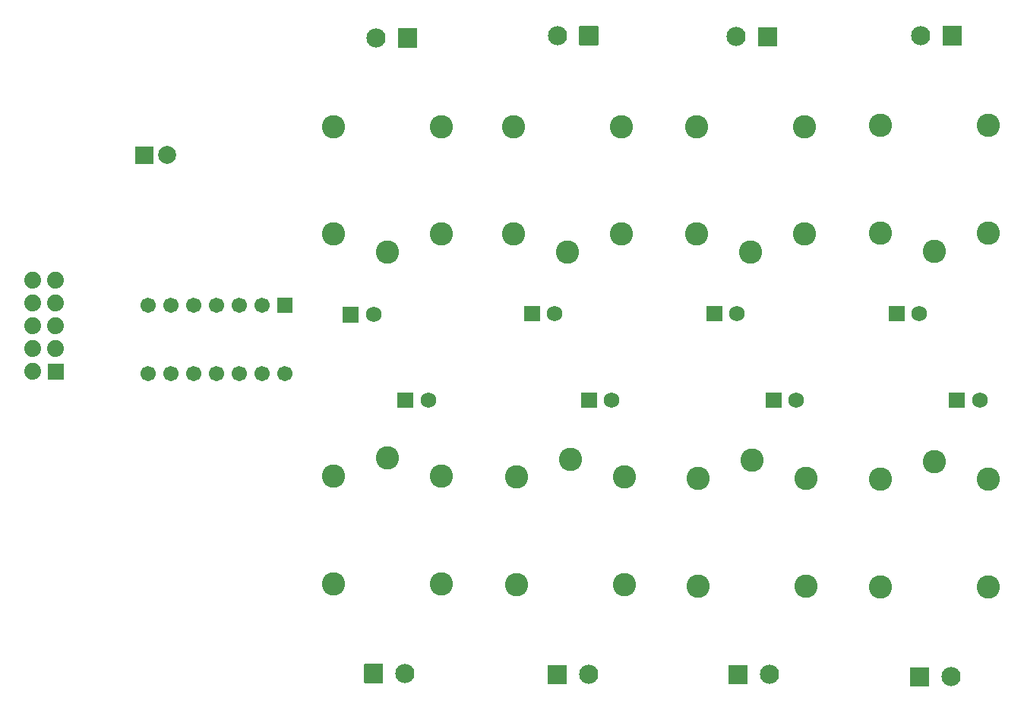
<source format=gbs>
G04 Layer: BottomSolderMaskLayer*
G04 EasyEDA v6.5.8, 2022-08-15 07:29:34*
G04 028e3914a6f949ed9ca799ef75e4ed4f,10*
G04 Gerber Generator version 0.2*
G04 Scale: 100 percent, Rotated: No, Reflected: No *
G04 Dimensions in millimeters *
G04 leading zeros omitted , absolute positions ,4 integer and 5 decimal *
%FSLAX45Y45*%
%MOMM*%

%ADD10C,1.7526*%
%ADD11C,2.0032*%
%ADD12C,2.6016*%
%ADD13C,1.8796*%
%ADD14C,2.1336*%
%ADD15C,1.7018*%
%ADD16C,0.0177*%

%LPD*%
G36*
X4565650Y5830570D02*
G01*
X4564125Y5830823D01*
X4562602Y5831586D01*
X4561586Y5832602D01*
X4560824Y5834126D01*
X4560570Y5835650D01*
X4560570Y6000750D01*
X4560824Y6002273D01*
X4561586Y6003797D01*
X4562602Y6004813D01*
X4564125Y6005576D01*
X4565650Y6005829D01*
X4730750Y6005829D01*
X4732274Y6005576D01*
X4733797Y6004813D01*
X4734813Y6003797D01*
X4735575Y6002273D01*
X4735829Y6000750D01*
X4735829Y5835650D01*
X4735575Y5834126D01*
X4734813Y5832602D01*
X4733797Y5831586D01*
X4732274Y5830823D01*
X4730750Y5830570D01*
G37*
D10*
G01*
X4902200Y5918200D03*
G36*
X6584950Y5843270D02*
G01*
X6583425Y5843523D01*
X6581902Y5844286D01*
X6580886Y5845302D01*
X6580124Y5846826D01*
X6579870Y5848350D01*
X6579870Y6013450D01*
X6580124Y6014973D01*
X6580886Y6016497D01*
X6581902Y6017513D01*
X6583425Y6018276D01*
X6584950Y6018529D01*
X6750050Y6018529D01*
X6751574Y6018276D01*
X6753097Y6017513D01*
X6754113Y6016497D01*
X6754875Y6014973D01*
X6755129Y6013450D01*
X6755129Y5848350D01*
X6754875Y5846826D01*
X6754113Y5845302D01*
X6753097Y5844286D01*
X6751574Y5843523D01*
X6750050Y5843270D01*
G37*
G01*
X6921500Y5930900D03*
G36*
X8616950Y5843270D02*
G01*
X8615425Y5843523D01*
X8613902Y5844286D01*
X8612886Y5845302D01*
X8612124Y5846826D01*
X8611870Y5848350D01*
X8611870Y6013450D01*
X8612124Y6014973D01*
X8612886Y6016497D01*
X8613902Y6017513D01*
X8615425Y6018276D01*
X8616950Y6018529D01*
X8782050Y6018529D01*
X8783574Y6018276D01*
X8785097Y6017513D01*
X8786113Y6016497D01*
X8786875Y6014973D01*
X8787129Y6013450D01*
X8787129Y5848350D01*
X8786875Y5846826D01*
X8786113Y5845302D01*
X8785097Y5844286D01*
X8783574Y5843523D01*
X8782050Y5843270D01*
G37*
G01*
X8953500Y5930900D03*
G36*
X10648950Y5843270D02*
G01*
X10647425Y5843523D01*
X10645902Y5844286D01*
X10644886Y5845302D01*
X10644124Y5846826D01*
X10643870Y5848350D01*
X10643870Y6013450D01*
X10644124Y6014973D01*
X10644886Y6016497D01*
X10645902Y6017513D01*
X10647425Y6018276D01*
X10648950Y6018529D01*
X10814050Y6018529D01*
X10815574Y6018276D01*
X10817097Y6017513D01*
X10818113Y6016497D01*
X10818875Y6014973D01*
X10819129Y6013450D01*
X10819129Y5848350D01*
X10818875Y5846826D01*
X10818113Y5845302D01*
X10817097Y5844286D01*
X10815574Y5843523D01*
X10814050Y5843270D01*
G37*
G01*
X10985500Y5930900D03*
G36*
X5175250Y4878070D02*
G01*
X5173725Y4878323D01*
X5172202Y4879086D01*
X5171186Y4880102D01*
X5170424Y4881626D01*
X5170170Y4883150D01*
X5170170Y5048250D01*
X5170424Y5049773D01*
X5171186Y5051297D01*
X5172202Y5052313D01*
X5173725Y5053076D01*
X5175250Y5053329D01*
X5340350Y5053329D01*
X5341874Y5053076D01*
X5343397Y5052313D01*
X5344413Y5051297D01*
X5345175Y5049773D01*
X5345429Y5048250D01*
X5345429Y4883150D01*
X5345175Y4881626D01*
X5344413Y4880102D01*
X5343397Y4879086D01*
X5341874Y4878323D01*
X5340350Y4878070D01*
G37*
G01*
X5511800Y4965700D03*
G36*
X7219950Y4878070D02*
G01*
X7218425Y4878323D01*
X7216902Y4879086D01*
X7215886Y4880102D01*
X7215124Y4881626D01*
X7214870Y4883150D01*
X7214870Y5048250D01*
X7215124Y5049773D01*
X7215886Y5051297D01*
X7216902Y5052313D01*
X7218425Y5053076D01*
X7219950Y5053329D01*
X7385050Y5053329D01*
X7386574Y5053076D01*
X7388097Y5052313D01*
X7389113Y5051297D01*
X7389875Y5049773D01*
X7390129Y5048250D01*
X7390129Y4883150D01*
X7389875Y4881626D01*
X7389113Y4880102D01*
X7388097Y4879086D01*
X7386574Y4878323D01*
X7385050Y4878070D01*
G37*
G01*
X7556500Y4965700D03*
G36*
X9277350Y4878070D02*
G01*
X9275825Y4878323D01*
X9274302Y4879086D01*
X9273286Y4880102D01*
X9272524Y4881626D01*
X9272270Y4883150D01*
X9272270Y5048250D01*
X9272524Y5049773D01*
X9273286Y5051297D01*
X9274302Y5052313D01*
X9275825Y5053076D01*
X9277350Y5053329D01*
X9442450Y5053329D01*
X9443974Y5053076D01*
X9445497Y5052313D01*
X9446513Y5051297D01*
X9447275Y5049773D01*
X9447529Y5048250D01*
X9447529Y4883150D01*
X9447275Y4881626D01*
X9446513Y4880102D01*
X9445497Y4879086D01*
X9443974Y4878323D01*
X9442450Y4878070D01*
G37*
G01*
X9613900Y4965700D03*
G36*
X11322050Y4878070D02*
G01*
X11320525Y4878323D01*
X11319002Y4879086D01*
X11317986Y4880102D01*
X11317224Y4881626D01*
X11316970Y4883150D01*
X11316970Y5048250D01*
X11317224Y5049773D01*
X11317986Y5051297D01*
X11319002Y5052313D01*
X11320525Y5053076D01*
X11322050Y5053329D01*
X11487150Y5053329D01*
X11488674Y5053076D01*
X11490197Y5052313D01*
X11491213Y5051297D01*
X11491975Y5049773D01*
X11492229Y5048250D01*
X11492229Y4883150D01*
X11491975Y4881626D01*
X11491213Y4880102D01*
X11490197Y4879086D01*
X11488674Y4878323D01*
X11487150Y4878070D01*
G37*
G01*
X11658600Y4965700D03*
D11*
G01*
X2603500Y7696200D03*
G36*
X2259507Y7596047D02*
G01*
X2256459Y7596555D01*
X2253411Y7598079D01*
X2251379Y7600111D01*
X2249855Y7603159D01*
X2249347Y7606207D01*
X2249424Y7606284D01*
X2249424Y7786115D01*
X2249347Y7786192D01*
X2249855Y7789240D01*
X2251379Y7792288D01*
X2253411Y7794320D01*
X2256459Y7795844D01*
X2259507Y7796352D01*
X2259584Y7796276D01*
X2439415Y7796276D01*
X2439492Y7796352D01*
X2442540Y7795844D01*
X2445588Y7794320D01*
X2447620Y7792288D01*
X2449144Y7789240D01*
X2449652Y7786192D01*
X2449575Y7786115D01*
X2449575Y7606284D01*
X2449652Y7606207D01*
X2449144Y7603159D01*
X2447620Y7600111D01*
X2445588Y7598079D01*
X2442540Y7596555D01*
X2439492Y7596047D01*
X2439415Y7596123D01*
X2259584Y7596123D01*
G37*
D12*
G01*
X5054600Y6615303D03*
G01*
X5654547Y6815201D03*
G01*
X4454652Y6815201D03*
G01*
X4454652Y8015096D03*
G01*
X5654547Y8015096D03*
G01*
X7061200Y6615303D03*
G01*
X7661147Y6815201D03*
G01*
X6461252Y6815201D03*
G01*
X6461252Y8015096D03*
G01*
X7661147Y8015096D03*
G01*
X9105900Y6615303D03*
G01*
X9705847Y6815201D03*
G01*
X8505952Y6815201D03*
G01*
X8505952Y8015096D03*
G01*
X9705847Y8015096D03*
G01*
X11150600Y6628003D03*
G01*
X11750547Y6827901D03*
G01*
X10550652Y6827901D03*
G01*
X10550652Y8027796D03*
G01*
X11750547Y8027796D03*
G01*
X5054600Y4319396D03*
G01*
X4454652Y4119498D03*
G01*
X5654547Y4119498D03*
G01*
X5654547Y2919603D03*
G01*
X4454652Y2919603D03*
G01*
X7099300Y4306696D03*
G01*
X6499352Y4106798D03*
G01*
X7699247Y4106798D03*
G01*
X7699247Y2906903D03*
G01*
X6499352Y2906903D03*
G01*
X9118600Y4293996D03*
G01*
X8518652Y4094098D03*
G01*
X9718547Y4094098D03*
G01*
X9718547Y2894203D03*
G01*
X8518652Y2894203D03*
G01*
X11150600Y4281296D03*
G01*
X10550652Y4081398D03*
G01*
X11750547Y4081398D03*
G01*
X11750547Y2881503D03*
G01*
X10550652Y2881503D03*
G36*
X1276350Y5195570D02*
G01*
X1274826Y5195823D01*
X1273302Y5196586D01*
X1272286Y5197602D01*
X1271523Y5199126D01*
X1271270Y5200650D01*
X1271270Y5365750D01*
X1271523Y5367273D01*
X1272286Y5368797D01*
X1273302Y5369813D01*
X1274826Y5370576D01*
X1276350Y5370829D01*
X1441450Y5370829D01*
X1442973Y5370576D01*
X1444497Y5369813D01*
X1445513Y5368797D01*
X1446276Y5367273D01*
X1446529Y5365750D01*
X1446529Y5200650D01*
X1446276Y5199126D01*
X1445513Y5197602D01*
X1444497Y5196586D01*
X1442973Y5195823D01*
X1441450Y5195570D01*
G37*
D13*
G01*
X1104900Y5283200D03*
G01*
X1358900Y5537200D03*
G01*
X1104900Y5537200D03*
G01*
X1358900Y5791200D03*
G01*
X1104900Y5791200D03*
G01*
X1358900Y6045200D03*
G01*
X1104900Y6045200D03*
G01*
X1358900Y6299200D03*
G01*
X1104900Y6299200D03*
G36*
X5179999Y8897620D02*
G01*
X5178475Y8897874D01*
X5176951Y8898636D01*
X5175935Y8899652D01*
X5175173Y8901176D01*
X5174919Y8902700D01*
X5174995Y8902700D01*
X5174995Y9105900D01*
X5174919Y9105900D01*
X5175173Y9107424D01*
X5175935Y9108947D01*
X5176951Y9109963D01*
X5178475Y9110726D01*
X5179999Y9110979D01*
X5383199Y9110979D01*
X5384723Y9110726D01*
X5386247Y9109963D01*
X5387263Y9108947D01*
X5388025Y9107424D01*
X5388279Y9105900D01*
X5388356Y9105900D01*
X5388356Y8902700D01*
X5388279Y8902700D01*
X5388025Y8901176D01*
X5387263Y8899652D01*
X5386247Y8898636D01*
X5384723Y8897874D01*
X5383199Y8897620D01*
G37*
D14*
G01*
X4931587Y9004300D03*
G36*
X7199299Y8923020D02*
G01*
X7197775Y8923274D01*
X7196251Y8924036D01*
X7195235Y8925052D01*
X7194473Y8926576D01*
X7194219Y8928100D01*
X7194295Y8928100D01*
X7194295Y9131300D01*
X7194219Y9131300D01*
X7194473Y9132824D01*
X7195235Y9134347D01*
X7196251Y9135363D01*
X7197775Y9136126D01*
X7199299Y9136379D01*
X7402499Y9136379D01*
X7404023Y9136126D01*
X7405547Y9135363D01*
X7406563Y9134347D01*
X7407325Y9132824D01*
X7407579Y9131300D01*
X7407656Y9131300D01*
X7407656Y8928100D01*
X7407579Y8928100D01*
X7407325Y8926576D01*
X7406563Y8925052D01*
X7405547Y8924036D01*
X7404023Y8923274D01*
X7402499Y8923020D01*
G37*
G01*
X6950887Y9029700D03*
G36*
X9193199Y8910320D02*
G01*
X9191675Y8910574D01*
X9190151Y8911336D01*
X9189135Y8912352D01*
X9188373Y8913876D01*
X9188119Y8915400D01*
X9188195Y8915400D01*
X9188195Y9118600D01*
X9188119Y9118600D01*
X9188373Y9120124D01*
X9189135Y9121647D01*
X9190151Y9122663D01*
X9191675Y9123426D01*
X9193199Y9123679D01*
X9396399Y9123679D01*
X9397923Y9123426D01*
X9399447Y9122663D01*
X9400463Y9121647D01*
X9401225Y9120124D01*
X9401479Y9118600D01*
X9401556Y9118600D01*
X9401556Y8915400D01*
X9401479Y8915400D01*
X9401225Y8913876D01*
X9400463Y8912352D01*
X9399447Y8911336D01*
X9397923Y8910574D01*
X9396399Y8910320D01*
G37*
G01*
X8944787Y9017000D03*
G36*
X11250599Y8923020D02*
G01*
X11249075Y8923274D01*
X11247551Y8924036D01*
X11246535Y8925052D01*
X11245773Y8926576D01*
X11245519Y8928100D01*
X11245595Y8928100D01*
X11245595Y9131300D01*
X11245519Y9131300D01*
X11245773Y9132824D01*
X11246535Y9134347D01*
X11247551Y9135363D01*
X11249075Y9136126D01*
X11250599Y9136379D01*
X11453799Y9136379D01*
X11455323Y9136126D01*
X11456847Y9135363D01*
X11457863Y9134347D01*
X11458625Y9132824D01*
X11458879Y9131300D01*
X11458956Y9131300D01*
X11458956Y8928100D01*
X11458879Y8928100D01*
X11458625Y8926576D01*
X11457863Y8925052D01*
X11456847Y8924036D01*
X11455323Y8923274D01*
X11453799Y8923020D01*
G37*
G01*
X11002187Y9029700D03*
G36*
X4802200Y1811020D02*
G01*
X4800676Y1811273D01*
X4799152Y1812036D01*
X4798136Y1813052D01*
X4797374Y1814576D01*
X4797120Y1816100D01*
X4797043Y1816100D01*
X4797043Y2019300D01*
X4797120Y2019300D01*
X4797374Y2020823D01*
X4798136Y2022347D01*
X4799152Y2023363D01*
X4800676Y2024126D01*
X4802200Y2024379D01*
X5005400Y2024379D01*
X5006924Y2024126D01*
X5008448Y2023363D01*
X5009464Y2022347D01*
X5010226Y2020823D01*
X5010480Y2019300D01*
X5010404Y2019300D01*
X5010404Y1816100D01*
X5010480Y1816100D01*
X5010226Y1814576D01*
X5009464Y1813052D01*
X5008448Y1812036D01*
X5006924Y1811273D01*
X5005400Y1811020D01*
G37*
G01*
X5253812Y1917700D03*
G36*
X6846900Y1798320D02*
G01*
X6845376Y1798573D01*
X6843852Y1799336D01*
X6842836Y1800352D01*
X6842074Y1801876D01*
X6841820Y1803400D01*
X6841743Y1803400D01*
X6841743Y2006600D01*
X6841820Y2006600D01*
X6842074Y2008123D01*
X6842836Y2009647D01*
X6843852Y2010663D01*
X6845376Y2011426D01*
X6846900Y2011679D01*
X7050100Y2011679D01*
X7051624Y2011426D01*
X7053148Y2010663D01*
X7054164Y2009647D01*
X7054926Y2008123D01*
X7055180Y2006600D01*
X7055104Y2006600D01*
X7055104Y1803400D01*
X7055180Y1803400D01*
X7054926Y1801876D01*
X7054164Y1800352D01*
X7053148Y1799336D01*
X7051624Y1798573D01*
X7050100Y1798320D01*
G37*
G01*
X7298512Y1905000D03*
G36*
X8866200Y1798320D02*
G01*
X8864676Y1798573D01*
X8863152Y1799336D01*
X8862136Y1800352D01*
X8861374Y1801876D01*
X8861120Y1803400D01*
X8861043Y1803400D01*
X8861043Y2006600D01*
X8861120Y2006600D01*
X8861374Y2008123D01*
X8862136Y2009647D01*
X8863152Y2010663D01*
X8864676Y2011426D01*
X8866200Y2011679D01*
X9069400Y2011679D01*
X9070924Y2011426D01*
X9072448Y2010663D01*
X9073464Y2009647D01*
X9074226Y2008123D01*
X9074480Y2006600D01*
X9074404Y2006600D01*
X9074404Y1803400D01*
X9074480Y1803400D01*
X9074226Y1801876D01*
X9073464Y1800352D01*
X9072448Y1799336D01*
X9070924Y1798573D01*
X9069400Y1798320D01*
G37*
G01*
X9317812Y1905000D03*
G36*
X10885500Y1772920D02*
G01*
X10883976Y1773173D01*
X10882452Y1773936D01*
X10881436Y1774952D01*
X10880674Y1776476D01*
X10880420Y1778000D01*
X10880343Y1778000D01*
X10880343Y1981200D01*
X10880420Y1981200D01*
X10880674Y1982723D01*
X10881436Y1984247D01*
X10882452Y1985263D01*
X10883976Y1986026D01*
X10885500Y1986279D01*
X11088700Y1986279D01*
X11090224Y1986026D01*
X11091748Y1985263D01*
X11092764Y1984247D01*
X11093526Y1982723D01*
X11093780Y1981200D01*
X11093704Y1981200D01*
X11093704Y1778000D01*
X11093780Y1778000D01*
X11093526Y1776476D01*
X11092764Y1774952D01*
X11091748Y1773936D01*
X11090224Y1773173D01*
X11088700Y1772920D01*
G37*
G01*
X11337112Y1879600D03*
G36*
X3831590Y5934710D02*
G01*
X3830066Y5934963D01*
X3828542Y5935726D01*
X3827526Y5936742D01*
X3826764Y5938265D01*
X3826510Y5939789D01*
X3826509Y5939789D01*
X3826509Y6099810D01*
X3826510Y6099810D01*
X3826764Y6101334D01*
X3827526Y6102857D01*
X3828542Y6103873D01*
X3830066Y6104636D01*
X3831590Y6104889D01*
X3991609Y6104889D01*
X3993133Y6104636D01*
X3994657Y6103873D01*
X3995673Y6102857D01*
X3996435Y6101334D01*
X3996689Y6099810D01*
X3996690Y6099810D01*
X3996690Y5939789D01*
X3996689Y5939789D01*
X3996435Y5938265D01*
X3995673Y5936742D01*
X3994657Y5935726D01*
X3993133Y5934963D01*
X3991609Y5934710D01*
G37*
D15*
G01*
X3657600Y6019800D03*
G01*
X2895600Y6019800D03*
G01*
X2641600Y6019800D03*
G01*
X3403600Y6019800D03*
G01*
X3149600Y6019800D03*
G01*
X2387600Y6019800D03*
G01*
X2387600Y5257800D03*
G01*
X2641600Y5257800D03*
G01*
X2895600Y5257800D03*
G01*
X3149600Y5257800D03*
G01*
X3403600Y5257800D03*
G01*
X3657600Y5257800D03*
G01*
X3911600Y5257800D03*
M02*

</source>
